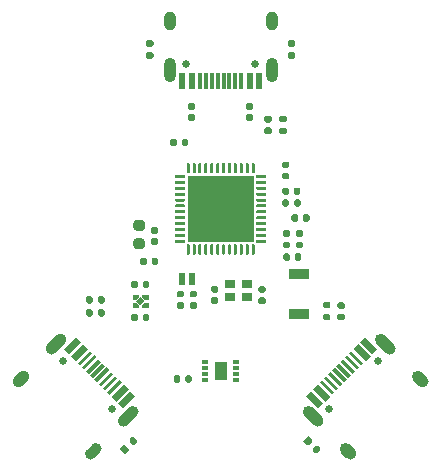
<source format=gts>
G04 #@! TF.GenerationSoftware,KiCad,Pcbnew,(5.1.10-1-10_14)*
G04 #@! TF.CreationDate,2021-08-15T09:52:45-07:00*
G04 #@! TF.ProjectId,Synapse,53796e61-7073-4652-9e6b-696361645f70,1*
G04 #@! TF.SameCoordinates,Original*
G04 #@! TF.FileFunction,Soldermask,Top*
G04 #@! TF.FilePolarity,Negative*
%FSLAX46Y46*%
G04 Gerber Fmt 4.6, Leading zero omitted, Abs format (unit mm)*
G04 Created by KiCad (PCBNEW (5.1.10-1-10_14)) date 2021-08-15 09:52:45*
%MOMM*%
%LPD*%
G01*
G04 APERTURE LIST*
%ADD10C,0.010000*%
%ADD11C,0.152400*%
%ADD12R,1.700000X0.900000*%
%ADD13R,1.060000X1.560000*%
%ADD14R,0.630000X0.320000*%
%ADD15R,5.600000X5.600000*%
%ADD16R,0.575000X1.140000*%
%ADD17R,0.900000X0.800000*%
%ADD18C,0.650000*%
%ADD19O,1.000000X1.600000*%
%ADD20O,1.000000X2.100000*%
%ADD21R,0.300000X1.450000*%
%ADD22R,0.600000X1.450000*%
G04 APERTURE END LIST*
D10*
G36*
X-6150000Y-6305000D02*
G01*
X-6640000Y-6305000D01*
X-6640000Y-6120000D01*
X-6465000Y-5945000D01*
X-6150000Y-5945000D01*
X-6150000Y-6305000D01*
G37*
X-6150000Y-6305000D02*
X-6640000Y-6305000D01*
X-6640000Y-6120000D01*
X-6465000Y-5945000D01*
X-6150000Y-5945000D01*
X-6150000Y-6305000D01*
G36*
X-6150000Y-5295000D02*
G01*
X-6640000Y-5295000D01*
X-6640000Y-5480000D01*
X-6465000Y-5655000D01*
X-6150000Y-5655000D01*
X-6150000Y-5295000D01*
G37*
X-6150000Y-5295000D02*
X-6640000Y-5295000D01*
X-6640000Y-5480000D01*
X-6465000Y-5655000D01*
X-6150000Y-5655000D01*
X-6150000Y-5295000D01*
G36*
X-7450000Y-5295000D02*
G01*
X-6960000Y-5295000D01*
X-6960000Y-5480000D01*
X-7135000Y-5655000D01*
X-7450000Y-5655000D01*
X-7450000Y-5295000D01*
G37*
X-7450000Y-5295000D02*
X-6960000Y-5295000D01*
X-6960000Y-5480000D01*
X-7135000Y-5655000D01*
X-7450000Y-5655000D01*
X-7450000Y-5295000D01*
G36*
X-7450000Y-6305000D02*
G01*
X-6960000Y-6305000D01*
X-6960000Y-6120000D01*
X-7135000Y-5945000D01*
X-7450000Y-5945000D01*
X-7450000Y-6305000D01*
G37*
X-7450000Y-6305000D02*
X-6960000Y-6305000D01*
X-6960000Y-6120000D01*
X-7135000Y-5945000D01*
X-7450000Y-5945000D01*
X-7450000Y-6305000D01*
G36*
X-6150000Y-6305000D02*
G01*
X-6640000Y-6305000D01*
X-6640000Y-6120000D01*
X-6465000Y-5945000D01*
X-6150000Y-5945000D01*
X-6150000Y-6305000D01*
G37*
X-6150000Y-6305000D02*
X-6640000Y-6305000D01*
X-6640000Y-6120000D01*
X-6465000Y-5945000D01*
X-6150000Y-5945000D01*
X-6150000Y-6305000D01*
G36*
X-6150000Y-5295000D02*
G01*
X-6640000Y-5295000D01*
X-6640000Y-5480000D01*
X-6465000Y-5655000D01*
X-6150000Y-5655000D01*
X-6150000Y-5295000D01*
G37*
X-6150000Y-5295000D02*
X-6640000Y-5295000D01*
X-6640000Y-5480000D01*
X-6465000Y-5655000D01*
X-6150000Y-5655000D01*
X-6150000Y-5295000D01*
G36*
X-7450000Y-5295000D02*
G01*
X-6960000Y-5295000D01*
X-6960000Y-5480000D01*
X-7135000Y-5655000D01*
X-7450000Y-5655000D01*
X-7450000Y-5295000D01*
G37*
X-7450000Y-5295000D02*
X-6960000Y-5295000D01*
X-6960000Y-5480000D01*
X-7135000Y-5655000D01*
X-7450000Y-5655000D01*
X-7450000Y-5295000D01*
G36*
X-7450000Y-6305000D02*
G01*
X-6960000Y-6305000D01*
X-6960000Y-6120000D01*
X-7135000Y-5945000D01*
X-7450000Y-5945000D01*
X-7450000Y-6305000D01*
G37*
X-7450000Y-6305000D02*
X-6960000Y-6305000D01*
X-6960000Y-6120000D01*
X-7135000Y-5945000D01*
X-7450000Y-5945000D01*
X-7450000Y-6305000D01*
D11*
G36*
X-6800000Y-5432304D02*
G01*
X-6432304Y-5800000D01*
X-6800000Y-6167696D01*
X-7167696Y-5800000D01*
X-6800000Y-5432304D01*
G37*
G36*
G01*
X6200000Y3330000D02*
X6200000Y3670000D01*
G75*
G02*
X6340000Y3810000I140000J0D01*
G01*
X6620000Y3810000D01*
G75*
G02*
X6760000Y3670000I0J-140000D01*
G01*
X6760000Y3330000D01*
G75*
G02*
X6620000Y3190000I-140000J0D01*
G01*
X6340000Y3190000D01*
G75*
G02*
X6200000Y3330000I0J140000D01*
G01*
G37*
G36*
G01*
X5240000Y3330000D02*
X5240000Y3670000D01*
G75*
G02*
X5380000Y3810000I140000J0D01*
G01*
X5660000Y3810000D01*
G75*
G02*
X5800000Y3670000I0J-140000D01*
G01*
X5800000Y3330000D01*
G75*
G02*
X5660000Y3190000I-140000J0D01*
G01*
X5380000Y3190000D01*
G75*
G02*
X5240000Y3330000I0J140000D01*
G01*
G37*
G36*
G01*
X-2277500Y10390000D02*
X-2622500Y10390000D01*
G75*
G02*
X-2770000Y10537500I0J147500D01*
G01*
X-2770000Y10832500D01*
G75*
G02*
X-2622500Y10980000I147500J0D01*
G01*
X-2277500Y10980000D01*
G75*
G02*
X-2130000Y10832500I0J-147500D01*
G01*
X-2130000Y10537500D01*
G75*
G02*
X-2277500Y10390000I-147500J0D01*
G01*
G37*
G36*
G01*
X-2277500Y9420000D02*
X-2622500Y9420000D01*
G75*
G02*
X-2770000Y9567500I0J147500D01*
G01*
X-2770000Y9862500D01*
G75*
G02*
X-2622500Y10010000I147500J0D01*
G01*
X-2277500Y10010000D01*
G75*
G02*
X-2130000Y9862500I0J-147500D01*
G01*
X-2130000Y9567500D01*
G75*
G02*
X-2277500Y9420000I-147500J0D01*
G01*
G37*
G36*
G01*
X2622500Y10390000D02*
X2277500Y10390000D01*
G75*
G02*
X2130000Y10537500I0J147500D01*
G01*
X2130000Y10832500D01*
G75*
G02*
X2277500Y10980000I147500J0D01*
G01*
X2622500Y10980000D01*
G75*
G02*
X2770000Y10832500I0J-147500D01*
G01*
X2770000Y10537500D01*
G75*
G02*
X2622500Y10390000I-147500J0D01*
G01*
G37*
G36*
G01*
X2622500Y9420000D02*
X2277500Y9420000D01*
G75*
G02*
X2130000Y9567500I0J147500D01*
G01*
X2130000Y9862500D01*
G75*
G02*
X2277500Y10010000I147500J0D01*
G01*
X2622500Y10010000D01*
G75*
G02*
X2770000Y9862500I0J-147500D01*
G01*
X2770000Y9567500D01*
G75*
G02*
X2622500Y9420000I-147500J0D01*
G01*
G37*
G36*
G01*
X5985000Y1047500D02*
X5985000Y1392500D01*
G75*
G02*
X6132500Y1540000I147500J0D01*
G01*
X6427500Y1540000D01*
G75*
G02*
X6575000Y1392500I0J-147500D01*
G01*
X6575000Y1047500D01*
G75*
G02*
X6427500Y900000I-147500J0D01*
G01*
X6132500Y900000D01*
G75*
G02*
X5985000Y1047500I0J147500D01*
G01*
G37*
G36*
G01*
X6955000Y1047500D02*
X6955000Y1392500D01*
G75*
G02*
X7102500Y1540000I147500J0D01*
G01*
X7397500Y1540000D01*
G75*
G02*
X7545000Y1392500I0J-147500D01*
G01*
X7545000Y1047500D01*
G75*
G02*
X7397500Y900000I-147500J0D01*
G01*
X7102500Y900000D01*
G75*
G02*
X6955000Y1047500I0J147500D01*
G01*
G37*
G36*
G01*
X4172500Y9290000D02*
X3827500Y9290000D01*
G75*
G02*
X3680000Y9437500I0J147500D01*
G01*
X3680000Y9732500D01*
G75*
G02*
X3827500Y9880000I147500J0D01*
G01*
X4172500Y9880000D01*
G75*
G02*
X4320000Y9732500I0J-147500D01*
G01*
X4320000Y9437500D01*
G75*
G02*
X4172500Y9290000I-147500J0D01*
G01*
G37*
G36*
G01*
X4172500Y8320000D02*
X3827500Y8320000D01*
G75*
G02*
X3680000Y8467500I0J147500D01*
G01*
X3680000Y8762500D01*
G75*
G02*
X3827500Y8910000I147500J0D01*
G01*
X4172500Y8910000D01*
G75*
G02*
X4320000Y8762500I0J-147500D01*
G01*
X4320000Y8467500D01*
G75*
G02*
X4172500Y8320000I-147500J0D01*
G01*
G37*
D12*
X6600000Y-3500000D03*
X6600000Y-6900000D03*
D13*
X0Y-11700000D03*
D14*
X-1335000Y-12450000D03*
X-1335000Y-11950000D03*
X-1335000Y-11450000D03*
X-1335000Y-10950000D03*
X1335000Y-10950000D03*
X1335000Y-11450000D03*
X1335000Y-11950000D03*
X1335000Y-12450000D03*
G36*
G01*
X-3960000Y-12570000D02*
X-3960000Y-12230000D01*
G75*
G02*
X-3820000Y-12090000I140000J0D01*
G01*
X-3540000Y-12090000D01*
G75*
G02*
X-3400000Y-12230000I0J-140000D01*
G01*
X-3400000Y-12570000D01*
G75*
G02*
X-3540000Y-12710000I-140000J0D01*
G01*
X-3820000Y-12710000D01*
G75*
G02*
X-3960000Y-12570000I0J140000D01*
G01*
G37*
G36*
G01*
X-3000000Y-12570000D02*
X-3000000Y-12230000D01*
G75*
G02*
X-2860000Y-12090000I140000J0D01*
G01*
X-2580000Y-12090000D01*
G75*
G02*
X-2440000Y-12230000I0J-140000D01*
G01*
X-2440000Y-12570000D01*
G75*
G02*
X-2580000Y-12710000I-140000J0D01*
G01*
X-2860000Y-12710000D01*
G75*
G02*
X-3000000Y-12570000I0J140000D01*
G01*
G37*
G36*
G01*
X-7000000Y-7030000D02*
X-7000000Y-7370000D01*
G75*
G02*
X-7140000Y-7510000I-140000J0D01*
G01*
X-7420000Y-7510000D01*
G75*
G02*
X-7560000Y-7370000I0J140000D01*
G01*
X-7560000Y-7030000D01*
G75*
G02*
X-7420000Y-6890000I140000J0D01*
G01*
X-7140000Y-6890000D01*
G75*
G02*
X-7000000Y-7030000I0J-140000D01*
G01*
G37*
G36*
G01*
X-6040000Y-7030000D02*
X-6040000Y-7370000D01*
G75*
G02*
X-6180000Y-7510000I-140000J0D01*
G01*
X-6460000Y-7510000D01*
G75*
G02*
X-6600000Y-7370000I0J140000D01*
G01*
X-6600000Y-7030000D01*
G75*
G02*
X-6460000Y-6890000I140000J0D01*
G01*
X-6180000Y-6890000D01*
G75*
G02*
X-6040000Y-7030000I0J-140000D01*
G01*
G37*
G36*
G01*
X-6600000Y-4570000D02*
X-6600000Y-4230000D01*
G75*
G02*
X-6460000Y-4090000I140000J0D01*
G01*
X-6180000Y-4090000D01*
G75*
G02*
X-6040000Y-4230000I0J-140000D01*
G01*
X-6040000Y-4570000D01*
G75*
G02*
X-6180000Y-4710000I-140000J0D01*
G01*
X-6460000Y-4710000D01*
G75*
G02*
X-6600000Y-4570000I0J140000D01*
G01*
G37*
G36*
G01*
X-7560000Y-4570000D02*
X-7560000Y-4230000D01*
G75*
G02*
X-7420000Y-4090000I140000J0D01*
G01*
X-7140000Y-4090000D01*
G75*
G02*
X-7000000Y-4230000I0J-140000D01*
G01*
X-7000000Y-4570000D01*
G75*
G02*
X-7140000Y-4710000I-140000J0D01*
G01*
X-7420000Y-4710000D01*
G75*
G02*
X-7560000Y-4570000I0J140000D01*
G01*
G37*
G36*
G01*
X-2687500Y-1875000D02*
X-2812500Y-1875000D01*
G75*
G02*
X-2875000Y-1812500I0J62500D01*
G01*
X-2875000Y-1062500D01*
G75*
G02*
X-2812500Y-1000000I62500J0D01*
G01*
X-2687500Y-1000000D01*
G75*
G02*
X-2625000Y-1062500I0J-62500D01*
G01*
X-2625000Y-1812500D01*
G75*
G02*
X-2687500Y-1875000I-62500J0D01*
G01*
G37*
G36*
G01*
X-2187500Y-1875000D02*
X-2312500Y-1875000D01*
G75*
G02*
X-2375000Y-1812500I0J62500D01*
G01*
X-2375000Y-1062500D01*
G75*
G02*
X-2312500Y-1000000I62500J0D01*
G01*
X-2187500Y-1000000D01*
G75*
G02*
X-2125000Y-1062500I0J-62500D01*
G01*
X-2125000Y-1812500D01*
G75*
G02*
X-2187500Y-1875000I-62500J0D01*
G01*
G37*
G36*
G01*
X-1687500Y-1875000D02*
X-1812500Y-1875000D01*
G75*
G02*
X-1875000Y-1812500I0J62500D01*
G01*
X-1875000Y-1062500D01*
G75*
G02*
X-1812500Y-1000000I62500J0D01*
G01*
X-1687500Y-1000000D01*
G75*
G02*
X-1625000Y-1062500I0J-62500D01*
G01*
X-1625000Y-1812500D01*
G75*
G02*
X-1687500Y-1875000I-62500J0D01*
G01*
G37*
G36*
G01*
X-1187500Y-1875000D02*
X-1312500Y-1875000D01*
G75*
G02*
X-1375000Y-1812500I0J62500D01*
G01*
X-1375000Y-1062500D01*
G75*
G02*
X-1312500Y-1000000I62500J0D01*
G01*
X-1187500Y-1000000D01*
G75*
G02*
X-1125000Y-1062500I0J-62500D01*
G01*
X-1125000Y-1812500D01*
G75*
G02*
X-1187500Y-1875000I-62500J0D01*
G01*
G37*
G36*
G01*
X-687500Y-1875000D02*
X-812500Y-1875000D01*
G75*
G02*
X-875000Y-1812500I0J62500D01*
G01*
X-875000Y-1062500D01*
G75*
G02*
X-812500Y-1000000I62500J0D01*
G01*
X-687500Y-1000000D01*
G75*
G02*
X-625000Y-1062500I0J-62500D01*
G01*
X-625000Y-1812500D01*
G75*
G02*
X-687500Y-1875000I-62500J0D01*
G01*
G37*
G36*
G01*
X-187500Y-1875000D02*
X-312500Y-1875000D01*
G75*
G02*
X-375000Y-1812500I0J62500D01*
G01*
X-375000Y-1062500D01*
G75*
G02*
X-312500Y-1000000I62500J0D01*
G01*
X-187500Y-1000000D01*
G75*
G02*
X-125000Y-1062500I0J-62500D01*
G01*
X-125000Y-1812500D01*
G75*
G02*
X-187500Y-1875000I-62500J0D01*
G01*
G37*
G36*
G01*
X312500Y-1875000D02*
X187500Y-1875000D01*
G75*
G02*
X125000Y-1812500I0J62500D01*
G01*
X125000Y-1062500D01*
G75*
G02*
X187500Y-1000000I62500J0D01*
G01*
X312500Y-1000000D01*
G75*
G02*
X375000Y-1062500I0J-62500D01*
G01*
X375000Y-1812500D01*
G75*
G02*
X312500Y-1875000I-62500J0D01*
G01*
G37*
G36*
G01*
X812500Y-1875000D02*
X687500Y-1875000D01*
G75*
G02*
X625000Y-1812500I0J62500D01*
G01*
X625000Y-1062500D01*
G75*
G02*
X687500Y-1000000I62500J0D01*
G01*
X812500Y-1000000D01*
G75*
G02*
X875000Y-1062500I0J-62500D01*
G01*
X875000Y-1812500D01*
G75*
G02*
X812500Y-1875000I-62500J0D01*
G01*
G37*
G36*
G01*
X1312500Y-1875000D02*
X1187500Y-1875000D01*
G75*
G02*
X1125000Y-1812500I0J62500D01*
G01*
X1125000Y-1062500D01*
G75*
G02*
X1187500Y-1000000I62500J0D01*
G01*
X1312500Y-1000000D01*
G75*
G02*
X1375000Y-1062500I0J-62500D01*
G01*
X1375000Y-1812500D01*
G75*
G02*
X1312500Y-1875000I-62500J0D01*
G01*
G37*
G36*
G01*
X1812500Y-1875000D02*
X1687500Y-1875000D01*
G75*
G02*
X1625000Y-1812500I0J62500D01*
G01*
X1625000Y-1062500D01*
G75*
G02*
X1687500Y-1000000I62500J0D01*
G01*
X1812500Y-1000000D01*
G75*
G02*
X1875000Y-1062500I0J-62500D01*
G01*
X1875000Y-1812500D01*
G75*
G02*
X1812500Y-1875000I-62500J0D01*
G01*
G37*
G36*
G01*
X2312500Y-1875000D02*
X2187500Y-1875000D01*
G75*
G02*
X2125000Y-1812500I0J62500D01*
G01*
X2125000Y-1062500D01*
G75*
G02*
X2187500Y-1000000I62500J0D01*
G01*
X2312500Y-1000000D01*
G75*
G02*
X2375000Y-1062500I0J-62500D01*
G01*
X2375000Y-1812500D01*
G75*
G02*
X2312500Y-1875000I-62500J0D01*
G01*
G37*
G36*
G01*
X2812500Y-1875000D02*
X2687500Y-1875000D01*
G75*
G02*
X2625000Y-1812500I0J62500D01*
G01*
X2625000Y-1062500D01*
G75*
G02*
X2687500Y-1000000I62500J0D01*
G01*
X2812500Y-1000000D01*
G75*
G02*
X2875000Y-1062500I0J-62500D01*
G01*
X2875000Y-1812500D01*
G75*
G02*
X2812500Y-1875000I-62500J0D01*
G01*
G37*
G36*
G01*
X3812500Y-875000D02*
X3062500Y-875000D01*
G75*
G02*
X3000000Y-812500I0J62500D01*
G01*
X3000000Y-687500D01*
G75*
G02*
X3062500Y-625000I62500J0D01*
G01*
X3812500Y-625000D01*
G75*
G02*
X3875000Y-687500I0J-62500D01*
G01*
X3875000Y-812500D01*
G75*
G02*
X3812500Y-875000I-62500J0D01*
G01*
G37*
G36*
G01*
X3812500Y-375000D02*
X3062500Y-375000D01*
G75*
G02*
X3000000Y-312500I0J62500D01*
G01*
X3000000Y-187500D01*
G75*
G02*
X3062500Y-125000I62500J0D01*
G01*
X3812500Y-125000D01*
G75*
G02*
X3875000Y-187500I0J-62500D01*
G01*
X3875000Y-312500D01*
G75*
G02*
X3812500Y-375000I-62500J0D01*
G01*
G37*
G36*
G01*
X3812500Y125000D02*
X3062500Y125000D01*
G75*
G02*
X3000000Y187500I0J62500D01*
G01*
X3000000Y312500D01*
G75*
G02*
X3062500Y375000I62500J0D01*
G01*
X3812500Y375000D01*
G75*
G02*
X3875000Y312500I0J-62500D01*
G01*
X3875000Y187500D01*
G75*
G02*
X3812500Y125000I-62500J0D01*
G01*
G37*
G36*
G01*
X3812500Y625000D02*
X3062500Y625000D01*
G75*
G02*
X3000000Y687500I0J62500D01*
G01*
X3000000Y812500D01*
G75*
G02*
X3062500Y875000I62500J0D01*
G01*
X3812500Y875000D01*
G75*
G02*
X3875000Y812500I0J-62500D01*
G01*
X3875000Y687500D01*
G75*
G02*
X3812500Y625000I-62500J0D01*
G01*
G37*
G36*
G01*
X3812500Y1125000D02*
X3062500Y1125000D01*
G75*
G02*
X3000000Y1187500I0J62500D01*
G01*
X3000000Y1312500D01*
G75*
G02*
X3062500Y1375000I62500J0D01*
G01*
X3812500Y1375000D01*
G75*
G02*
X3875000Y1312500I0J-62500D01*
G01*
X3875000Y1187500D01*
G75*
G02*
X3812500Y1125000I-62500J0D01*
G01*
G37*
G36*
G01*
X3812500Y1625000D02*
X3062500Y1625000D01*
G75*
G02*
X3000000Y1687500I0J62500D01*
G01*
X3000000Y1812500D01*
G75*
G02*
X3062500Y1875000I62500J0D01*
G01*
X3812500Y1875000D01*
G75*
G02*
X3875000Y1812500I0J-62500D01*
G01*
X3875000Y1687500D01*
G75*
G02*
X3812500Y1625000I-62500J0D01*
G01*
G37*
G36*
G01*
X3812500Y2125000D02*
X3062500Y2125000D01*
G75*
G02*
X3000000Y2187500I0J62500D01*
G01*
X3000000Y2312500D01*
G75*
G02*
X3062500Y2375000I62500J0D01*
G01*
X3812500Y2375000D01*
G75*
G02*
X3875000Y2312500I0J-62500D01*
G01*
X3875000Y2187500D01*
G75*
G02*
X3812500Y2125000I-62500J0D01*
G01*
G37*
G36*
G01*
X3812500Y2625000D02*
X3062500Y2625000D01*
G75*
G02*
X3000000Y2687500I0J62500D01*
G01*
X3000000Y2812500D01*
G75*
G02*
X3062500Y2875000I62500J0D01*
G01*
X3812500Y2875000D01*
G75*
G02*
X3875000Y2812500I0J-62500D01*
G01*
X3875000Y2687500D01*
G75*
G02*
X3812500Y2625000I-62500J0D01*
G01*
G37*
G36*
G01*
X3812500Y3125000D02*
X3062500Y3125000D01*
G75*
G02*
X3000000Y3187500I0J62500D01*
G01*
X3000000Y3312500D01*
G75*
G02*
X3062500Y3375000I62500J0D01*
G01*
X3812500Y3375000D01*
G75*
G02*
X3875000Y3312500I0J-62500D01*
G01*
X3875000Y3187500D01*
G75*
G02*
X3812500Y3125000I-62500J0D01*
G01*
G37*
G36*
G01*
X3812500Y3625000D02*
X3062500Y3625000D01*
G75*
G02*
X3000000Y3687500I0J62500D01*
G01*
X3000000Y3812500D01*
G75*
G02*
X3062500Y3875000I62500J0D01*
G01*
X3812500Y3875000D01*
G75*
G02*
X3875000Y3812500I0J-62500D01*
G01*
X3875000Y3687500D01*
G75*
G02*
X3812500Y3625000I-62500J0D01*
G01*
G37*
G36*
G01*
X3812500Y4125000D02*
X3062500Y4125000D01*
G75*
G02*
X3000000Y4187500I0J62500D01*
G01*
X3000000Y4312500D01*
G75*
G02*
X3062500Y4375000I62500J0D01*
G01*
X3812500Y4375000D01*
G75*
G02*
X3875000Y4312500I0J-62500D01*
G01*
X3875000Y4187500D01*
G75*
G02*
X3812500Y4125000I-62500J0D01*
G01*
G37*
G36*
G01*
X3812500Y4625000D02*
X3062500Y4625000D01*
G75*
G02*
X3000000Y4687500I0J62500D01*
G01*
X3000000Y4812500D01*
G75*
G02*
X3062500Y4875000I62500J0D01*
G01*
X3812500Y4875000D01*
G75*
G02*
X3875000Y4812500I0J-62500D01*
G01*
X3875000Y4687500D01*
G75*
G02*
X3812500Y4625000I-62500J0D01*
G01*
G37*
G36*
G01*
X2812500Y5000000D02*
X2687500Y5000000D01*
G75*
G02*
X2625000Y5062500I0J62500D01*
G01*
X2625000Y5812500D01*
G75*
G02*
X2687500Y5875000I62500J0D01*
G01*
X2812500Y5875000D01*
G75*
G02*
X2875000Y5812500I0J-62500D01*
G01*
X2875000Y5062500D01*
G75*
G02*
X2812500Y5000000I-62500J0D01*
G01*
G37*
G36*
G01*
X2312500Y5000000D02*
X2187500Y5000000D01*
G75*
G02*
X2125000Y5062500I0J62500D01*
G01*
X2125000Y5812500D01*
G75*
G02*
X2187500Y5875000I62500J0D01*
G01*
X2312500Y5875000D01*
G75*
G02*
X2375000Y5812500I0J-62500D01*
G01*
X2375000Y5062500D01*
G75*
G02*
X2312500Y5000000I-62500J0D01*
G01*
G37*
G36*
G01*
X1812500Y5000000D02*
X1687500Y5000000D01*
G75*
G02*
X1625000Y5062500I0J62500D01*
G01*
X1625000Y5812500D01*
G75*
G02*
X1687500Y5875000I62500J0D01*
G01*
X1812500Y5875000D01*
G75*
G02*
X1875000Y5812500I0J-62500D01*
G01*
X1875000Y5062500D01*
G75*
G02*
X1812500Y5000000I-62500J0D01*
G01*
G37*
G36*
G01*
X1312500Y5000000D02*
X1187500Y5000000D01*
G75*
G02*
X1125000Y5062500I0J62500D01*
G01*
X1125000Y5812500D01*
G75*
G02*
X1187500Y5875000I62500J0D01*
G01*
X1312500Y5875000D01*
G75*
G02*
X1375000Y5812500I0J-62500D01*
G01*
X1375000Y5062500D01*
G75*
G02*
X1312500Y5000000I-62500J0D01*
G01*
G37*
G36*
G01*
X812500Y5000000D02*
X687500Y5000000D01*
G75*
G02*
X625000Y5062500I0J62500D01*
G01*
X625000Y5812500D01*
G75*
G02*
X687500Y5875000I62500J0D01*
G01*
X812500Y5875000D01*
G75*
G02*
X875000Y5812500I0J-62500D01*
G01*
X875000Y5062500D01*
G75*
G02*
X812500Y5000000I-62500J0D01*
G01*
G37*
G36*
G01*
X312500Y5000000D02*
X187500Y5000000D01*
G75*
G02*
X125000Y5062500I0J62500D01*
G01*
X125000Y5812500D01*
G75*
G02*
X187500Y5875000I62500J0D01*
G01*
X312500Y5875000D01*
G75*
G02*
X375000Y5812500I0J-62500D01*
G01*
X375000Y5062500D01*
G75*
G02*
X312500Y5000000I-62500J0D01*
G01*
G37*
G36*
G01*
X-187500Y5000000D02*
X-312500Y5000000D01*
G75*
G02*
X-375000Y5062500I0J62500D01*
G01*
X-375000Y5812500D01*
G75*
G02*
X-312500Y5875000I62500J0D01*
G01*
X-187500Y5875000D01*
G75*
G02*
X-125000Y5812500I0J-62500D01*
G01*
X-125000Y5062500D01*
G75*
G02*
X-187500Y5000000I-62500J0D01*
G01*
G37*
G36*
G01*
X-687500Y5000000D02*
X-812500Y5000000D01*
G75*
G02*
X-875000Y5062500I0J62500D01*
G01*
X-875000Y5812500D01*
G75*
G02*
X-812500Y5875000I62500J0D01*
G01*
X-687500Y5875000D01*
G75*
G02*
X-625000Y5812500I0J-62500D01*
G01*
X-625000Y5062500D01*
G75*
G02*
X-687500Y5000000I-62500J0D01*
G01*
G37*
G36*
G01*
X-1187500Y5000000D02*
X-1312500Y5000000D01*
G75*
G02*
X-1375000Y5062500I0J62500D01*
G01*
X-1375000Y5812500D01*
G75*
G02*
X-1312500Y5875000I62500J0D01*
G01*
X-1187500Y5875000D01*
G75*
G02*
X-1125000Y5812500I0J-62500D01*
G01*
X-1125000Y5062500D01*
G75*
G02*
X-1187500Y5000000I-62500J0D01*
G01*
G37*
G36*
G01*
X-1687500Y5000000D02*
X-1812500Y5000000D01*
G75*
G02*
X-1875000Y5062500I0J62500D01*
G01*
X-1875000Y5812500D01*
G75*
G02*
X-1812500Y5875000I62500J0D01*
G01*
X-1687500Y5875000D01*
G75*
G02*
X-1625000Y5812500I0J-62500D01*
G01*
X-1625000Y5062500D01*
G75*
G02*
X-1687500Y5000000I-62500J0D01*
G01*
G37*
G36*
G01*
X-2187500Y5000000D02*
X-2312500Y5000000D01*
G75*
G02*
X-2375000Y5062500I0J62500D01*
G01*
X-2375000Y5812500D01*
G75*
G02*
X-2312500Y5875000I62500J0D01*
G01*
X-2187500Y5875000D01*
G75*
G02*
X-2125000Y5812500I0J-62500D01*
G01*
X-2125000Y5062500D01*
G75*
G02*
X-2187500Y5000000I-62500J0D01*
G01*
G37*
G36*
G01*
X-2687500Y5000000D02*
X-2812500Y5000000D01*
G75*
G02*
X-2875000Y5062500I0J62500D01*
G01*
X-2875000Y5812500D01*
G75*
G02*
X-2812500Y5875000I62500J0D01*
G01*
X-2687500Y5875000D01*
G75*
G02*
X-2625000Y5812500I0J-62500D01*
G01*
X-2625000Y5062500D01*
G75*
G02*
X-2687500Y5000000I-62500J0D01*
G01*
G37*
G36*
G01*
X-3062500Y4625000D02*
X-3812500Y4625000D01*
G75*
G02*
X-3875000Y4687500I0J62500D01*
G01*
X-3875000Y4812500D01*
G75*
G02*
X-3812500Y4875000I62500J0D01*
G01*
X-3062500Y4875000D01*
G75*
G02*
X-3000000Y4812500I0J-62500D01*
G01*
X-3000000Y4687500D01*
G75*
G02*
X-3062500Y4625000I-62500J0D01*
G01*
G37*
G36*
G01*
X-3062500Y4125000D02*
X-3812500Y4125000D01*
G75*
G02*
X-3875000Y4187500I0J62500D01*
G01*
X-3875000Y4312500D01*
G75*
G02*
X-3812500Y4375000I62500J0D01*
G01*
X-3062500Y4375000D01*
G75*
G02*
X-3000000Y4312500I0J-62500D01*
G01*
X-3000000Y4187500D01*
G75*
G02*
X-3062500Y4125000I-62500J0D01*
G01*
G37*
G36*
G01*
X-3062500Y3625000D02*
X-3812500Y3625000D01*
G75*
G02*
X-3875000Y3687500I0J62500D01*
G01*
X-3875000Y3812500D01*
G75*
G02*
X-3812500Y3875000I62500J0D01*
G01*
X-3062500Y3875000D01*
G75*
G02*
X-3000000Y3812500I0J-62500D01*
G01*
X-3000000Y3687500D01*
G75*
G02*
X-3062500Y3625000I-62500J0D01*
G01*
G37*
G36*
G01*
X-3062500Y3125000D02*
X-3812500Y3125000D01*
G75*
G02*
X-3875000Y3187500I0J62500D01*
G01*
X-3875000Y3312500D01*
G75*
G02*
X-3812500Y3375000I62500J0D01*
G01*
X-3062500Y3375000D01*
G75*
G02*
X-3000000Y3312500I0J-62500D01*
G01*
X-3000000Y3187500D01*
G75*
G02*
X-3062500Y3125000I-62500J0D01*
G01*
G37*
G36*
G01*
X-3062500Y2625000D02*
X-3812500Y2625000D01*
G75*
G02*
X-3875000Y2687500I0J62500D01*
G01*
X-3875000Y2812500D01*
G75*
G02*
X-3812500Y2875000I62500J0D01*
G01*
X-3062500Y2875000D01*
G75*
G02*
X-3000000Y2812500I0J-62500D01*
G01*
X-3000000Y2687500D01*
G75*
G02*
X-3062500Y2625000I-62500J0D01*
G01*
G37*
G36*
G01*
X-3062500Y2125000D02*
X-3812500Y2125000D01*
G75*
G02*
X-3875000Y2187500I0J62500D01*
G01*
X-3875000Y2312500D01*
G75*
G02*
X-3812500Y2375000I62500J0D01*
G01*
X-3062500Y2375000D01*
G75*
G02*
X-3000000Y2312500I0J-62500D01*
G01*
X-3000000Y2187500D01*
G75*
G02*
X-3062500Y2125000I-62500J0D01*
G01*
G37*
G36*
G01*
X-3062500Y1625000D02*
X-3812500Y1625000D01*
G75*
G02*
X-3875000Y1687500I0J62500D01*
G01*
X-3875000Y1812500D01*
G75*
G02*
X-3812500Y1875000I62500J0D01*
G01*
X-3062500Y1875000D01*
G75*
G02*
X-3000000Y1812500I0J-62500D01*
G01*
X-3000000Y1687500D01*
G75*
G02*
X-3062500Y1625000I-62500J0D01*
G01*
G37*
G36*
G01*
X-3062500Y1125000D02*
X-3812500Y1125000D01*
G75*
G02*
X-3875000Y1187500I0J62500D01*
G01*
X-3875000Y1312500D01*
G75*
G02*
X-3812500Y1375000I62500J0D01*
G01*
X-3062500Y1375000D01*
G75*
G02*
X-3000000Y1312500I0J-62500D01*
G01*
X-3000000Y1187500D01*
G75*
G02*
X-3062500Y1125000I-62500J0D01*
G01*
G37*
G36*
G01*
X-3062500Y625000D02*
X-3812500Y625000D01*
G75*
G02*
X-3875000Y687500I0J62500D01*
G01*
X-3875000Y812500D01*
G75*
G02*
X-3812500Y875000I62500J0D01*
G01*
X-3062500Y875000D01*
G75*
G02*
X-3000000Y812500I0J-62500D01*
G01*
X-3000000Y687500D01*
G75*
G02*
X-3062500Y625000I-62500J0D01*
G01*
G37*
G36*
G01*
X-3062500Y125000D02*
X-3812500Y125000D01*
G75*
G02*
X-3875000Y187500I0J62500D01*
G01*
X-3875000Y312500D01*
G75*
G02*
X-3812500Y375000I62500J0D01*
G01*
X-3062500Y375000D01*
G75*
G02*
X-3000000Y312500I0J-62500D01*
G01*
X-3000000Y187500D01*
G75*
G02*
X-3062500Y125000I-62500J0D01*
G01*
G37*
G36*
G01*
X-3062500Y-375000D02*
X-3812500Y-375000D01*
G75*
G02*
X-3875000Y-312500I0J62500D01*
G01*
X-3875000Y-187500D01*
G75*
G02*
X-3812500Y-125000I62500J0D01*
G01*
X-3062500Y-125000D01*
G75*
G02*
X-3000000Y-187500I0J-62500D01*
G01*
X-3000000Y-312500D01*
G75*
G02*
X-3062500Y-375000I-62500J0D01*
G01*
G37*
G36*
G01*
X-3062500Y-875000D02*
X-3812500Y-875000D01*
G75*
G02*
X-3875000Y-812500I0J62500D01*
G01*
X-3875000Y-687500D01*
G75*
G02*
X-3812500Y-625000I62500J0D01*
G01*
X-3062500Y-625000D01*
G75*
G02*
X-3000000Y-687500I0J-62500D01*
G01*
X-3000000Y-812500D01*
G75*
G02*
X-3062500Y-875000I-62500J0D01*
G01*
G37*
D15*
X0Y2000000D03*
D16*
X-3262500Y-3900000D03*
X-2437500Y-3900000D03*
D17*
X800000Y-5450000D03*
X2200000Y-5450000D03*
X2200000Y-4350000D03*
X800000Y-4350000D03*
D11*
G36*
X12838370Y-10286440D02*
G01*
X11813066Y-9261136D01*
X12237330Y-8836872D01*
X13262634Y-9862176D01*
X12838370Y-10286440D01*
G37*
G36*
X12272685Y-10852125D02*
G01*
X11247381Y-9826821D01*
X11671645Y-9402557D01*
X12696949Y-10427861D01*
X12272685Y-10852125D01*
G37*
G36*
X8807861Y-14316949D02*
G01*
X7782557Y-13291645D01*
X8206821Y-12867381D01*
X9232125Y-13892685D01*
X8807861Y-14316949D01*
G37*
G36*
X8242176Y-14882634D02*
G01*
X7216872Y-13857330D01*
X7641136Y-13433066D01*
X8666440Y-14458370D01*
X8242176Y-14882634D01*
G37*
G36*
X8242176Y-14882634D02*
G01*
X7216872Y-13857330D01*
X7641136Y-13433066D01*
X8666440Y-14458370D01*
X8242176Y-14882634D01*
G37*
G36*
X8807861Y-14316949D02*
G01*
X7782557Y-13291645D01*
X8206821Y-12867381D01*
X9232125Y-13892685D01*
X8807861Y-14316949D01*
G37*
G36*
X12272685Y-10852125D02*
G01*
X11247381Y-9826821D01*
X11671645Y-9402557D01*
X12696949Y-10427861D01*
X12272685Y-10852125D01*
G37*
G36*
X12838370Y-10286440D02*
G01*
X11813066Y-9261136D01*
X12237330Y-8836872D01*
X13262634Y-9862176D01*
X12838370Y-10286440D01*
G37*
G36*
X9408902Y-13715908D02*
G01*
X8383598Y-12690604D01*
X8595730Y-12478472D01*
X9621034Y-13503776D01*
X9408902Y-13715908D01*
G37*
G36*
X9762456Y-13362355D02*
G01*
X8737152Y-12337051D01*
X8949284Y-12124919D01*
X9974588Y-13150223D01*
X9762456Y-13362355D01*
G37*
G36*
X10116009Y-13008801D02*
G01*
X9090705Y-11983497D01*
X9302837Y-11771365D01*
X10328141Y-12796669D01*
X10116009Y-13008801D01*
G37*
G36*
X10823116Y-12301694D02*
G01*
X9797812Y-11276390D01*
X10009944Y-11064258D01*
X11035248Y-12089562D01*
X10823116Y-12301694D01*
G37*
G36*
X11176669Y-11948141D02*
G01*
X10151365Y-10922837D01*
X10363497Y-10710705D01*
X11388801Y-11736009D01*
X11176669Y-11948141D01*
G37*
G36*
X11530223Y-11594588D02*
G01*
X10504919Y-10569284D01*
X10717051Y-10357152D01*
X11742355Y-11382456D01*
X11530223Y-11594588D01*
G37*
G36*
X11883776Y-11241034D02*
G01*
X10858472Y-10215730D01*
X11070604Y-10003598D01*
X12095908Y-11028902D01*
X11883776Y-11241034D01*
G37*
G36*
X10469562Y-12655248D02*
G01*
X9444258Y-11629944D01*
X9656390Y-11417812D01*
X10681694Y-12443116D01*
X10469562Y-12655248D01*
G37*
G36*
G01*
X13976813Y-10194516D02*
X13198995Y-9416698D01*
G75*
G02*
X13198995Y-8709592I353553J353553D01*
G01*
X13198995Y-8709592D01*
G75*
G02*
X13906101Y-8709592I353553J-353553D01*
G01*
X14683919Y-9487410D01*
G75*
G02*
X14683919Y-10194516I-353553J-353553D01*
G01*
X14683919Y-10194516D01*
G75*
G02*
X13976813Y-10194516I-353553J353553D01*
G01*
G37*
G36*
G01*
X7867410Y-16303919D02*
X7089592Y-15526101D01*
G75*
G02*
X7089592Y-14818995I353553J353553D01*
G01*
X7089592Y-14818995D01*
G75*
G02*
X7796698Y-14818995I353553J-353553D01*
G01*
X8574516Y-15596813D01*
G75*
G02*
X8574516Y-16303919I-353553J-353553D01*
G01*
X8574516Y-16303919D01*
G75*
G02*
X7867410Y-16303919I-353553J353553D01*
G01*
G37*
D18*
X9217984Y-14925061D03*
G36*
G01*
X10646340Y-19082848D02*
X10222076Y-18658584D01*
G75*
G02*
X10222076Y-17951478I353553J353553D01*
G01*
X10222076Y-17951478D01*
G75*
G02*
X10929182Y-17951478I353553J-353553D01*
G01*
X11353446Y-18375742D01*
G75*
G02*
X11353446Y-19082848I-353553J-353553D01*
G01*
X11353446Y-19082848D01*
G75*
G02*
X10646340Y-19082848I-353553J353553D01*
G01*
G37*
X13305061Y-10837984D03*
G36*
G01*
X16755742Y-12973446D02*
X16331478Y-12549182D01*
G75*
G02*
X16331478Y-11842076I353553J353553D01*
G01*
X16331478Y-11842076D01*
G75*
G02*
X17038584Y-11842076I353553J-353553D01*
G01*
X17462848Y-12266340D01*
G75*
G02*
X17462848Y-12973446I-353553J-353553D01*
G01*
X17462848Y-12973446D01*
G75*
G02*
X16755742Y-12973446I-353553J353553D01*
G01*
G37*
G36*
G01*
X-6650000Y150000D02*
X-7150000Y150000D01*
G75*
G02*
X-7375000Y375000I0J225000D01*
G01*
X-7375000Y825000D01*
G75*
G02*
X-7150000Y1050000I225000J0D01*
G01*
X-6650000Y1050000D01*
G75*
G02*
X-6425000Y825000I0J-225000D01*
G01*
X-6425000Y375000D01*
G75*
G02*
X-6650000Y150000I-225000J0D01*
G01*
G37*
G36*
G01*
X-6650000Y-1400000D02*
X-7150000Y-1400000D01*
G75*
G02*
X-7375000Y-1175000I0J225000D01*
G01*
X-7375000Y-725000D01*
G75*
G02*
X-7150000Y-500000I225000J0D01*
G01*
X-6650000Y-500000D01*
G75*
G02*
X-6425000Y-725000I0J-225000D01*
G01*
X-6425000Y-1175000D01*
G75*
G02*
X-6650000Y-1400000I-225000J0D01*
G01*
G37*
G36*
G01*
X-11353446Y-18375742D02*
X-10929182Y-17951478D01*
G75*
G02*
X-10222076Y-17951478I353553J-353553D01*
G01*
X-10222076Y-17951478D01*
G75*
G02*
X-10222076Y-18658584I-353553J-353553D01*
G01*
X-10646340Y-19082848D01*
G75*
G02*
X-11353446Y-19082848I-353553J353553D01*
G01*
X-11353446Y-19082848D01*
G75*
G02*
X-11353446Y-18375742I353553J353553D01*
G01*
G37*
X-9217984Y-14925061D03*
G36*
G01*
X-17462848Y-12266340D02*
X-17038584Y-11842076D01*
G75*
G02*
X-16331478Y-11842076I353553J-353553D01*
G01*
X-16331478Y-11842076D01*
G75*
G02*
X-16331478Y-12549182I-353553J-353553D01*
G01*
X-16755742Y-12973446D01*
G75*
G02*
X-17462848Y-12973446I-353553J353553D01*
G01*
X-17462848Y-12973446D01*
G75*
G02*
X-17462848Y-12266340I353553J353553D01*
G01*
G37*
X-13305061Y-10837984D03*
G36*
G01*
X-14683919Y-9487410D02*
X-13906101Y-8709592D01*
G75*
G02*
X-13198995Y-8709592I353553J-353553D01*
G01*
X-13198995Y-8709592D01*
G75*
G02*
X-13198995Y-9416698I-353553J-353553D01*
G01*
X-13976813Y-10194516D01*
G75*
G02*
X-14683919Y-10194516I-353553J353553D01*
G01*
X-14683919Y-10194516D01*
G75*
G02*
X-14683919Y-9487410I353553J353553D01*
G01*
G37*
G36*
G01*
X-8574516Y-15596813D02*
X-7796698Y-14818995D01*
G75*
G02*
X-7089592Y-14818995I353553J-353553D01*
G01*
X-7089592Y-14818995D01*
G75*
G02*
X-7089592Y-15526101I-353553J-353553D01*
G01*
X-7867410Y-16303919D01*
G75*
G02*
X-8574516Y-16303919I-353553J353553D01*
G01*
X-8574516Y-16303919D01*
G75*
G02*
X-8574516Y-15596813I353553J353553D01*
G01*
G37*
D11*
G36*
X-11035248Y-12089562D02*
G01*
X-10009944Y-11064258D01*
X-9797812Y-11276390D01*
X-10823116Y-12301694D01*
X-11035248Y-12089562D01*
G37*
G36*
X-9621034Y-13503776D02*
G01*
X-8595730Y-12478472D01*
X-8383598Y-12690604D01*
X-9408902Y-13715908D01*
X-9621034Y-13503776D01*
G37*
G36*
X-9974588Y-13150223D02*
G01*
X-8949284Y-12124919D01*
X-8737152Y-12337051D01*
X-9762456Y-13362355D01*
X-9974588Y-13150223D01*
G37*
G36*
X-10328141Y-12796669D02*
G01*
X-9302837Y-11771365D01*
X-9090705Y-11983497D01*
X-10116009Y-13008801D01*
X-10328141Y-12796669D01*
G37*
G36*
X-10681694Y-12443116D02*
G01*
X-9656390Y-11417812D01*
X-9444258Y-11629944D01*
X-10469562Y-12655248D01*
X-10681694Y-12443116D01*
G37*
G36*
X-11388801Y-11736009D02*
G01*
X-10363497Y-10710705D01*
X-10151365Y-10922837D01*
X-11176669Y-11948141D01*
X-11388801Y-11736009D01*
G37*
G36*
X-11742355Y-11382456D02*
G01*
X-10717051Y-10357152D01*
X-10504919Y-10569284D01*
X-11530223Y-11594588D01*
X-11742355Y-11382456D01*
G37*
G36*
X-12095908Y-11028902D02*
G01*
X-11070604Y-10003598D01*
X-10858472Y-10215730D01*
X-11883776Y-11241034D01*
X-12095908Y-11028902D01*
G37*
G36*
X-8666440Y-14458370D02*
G01*
X-7641136Y-13433066D01*
X-7216872Y-13857330D01*
X-8242176Y-14882634D01*
X-8666440Y-14458370D01*
G37*
G36*
X-9232125Y-13892685D02*
G01*
X-8206821Y-12867381D01*
X-7782557Y-13291645D01*
X-8807861Y-14316949D01*
X-9232125Y-13892685D01*
G37*
G36*
X-12696949Y-10427861D02*
G01*
X-11671645Y-9402557D01*
X-11247381Y-9826821D01*
X-12272685Y-10852125D01*
X-12696949Y-10427861D01*
G37*
G36*
X-13262634Y-9862176D02*
G01*
X-12237330Y-8836872D01*
X-11813066Y-9261136D01*
X-12838370Y-10286440D01*
X-13262634Y-9862176D01*
G37*
G36*
X-13262634Y-9862176D02*
G01*
X-12237330Y-8836872D01*
X-11813066Y-9261136D01*
X-12838370Y-10286440D01*
X-13262634Y-9862176D01*
G37*
G36*
X-12696949Y-10427861D02*
G01*
X-11671645Y-9402557D01*
X-11247381Y-9826821D01*
X-12272685Y-10852125D01*
X-12696949Y-10427861D01*
G37*
G36*
X-9232125Y-13892685D02*
G01*
X-8206821Y-12867381D01*
X-7782557Y-13291645D01*
X-8807861Y-14316949D01*
X-9232125Y-13892685D01*
G37*
G36*
X-8666440Y-14458370D02*
G01*
X-7641136Y-13433066D01*
X-7216872Y-13857330D01*
X-8242176Y-14882634D01*
X-8666440Y-14458370D01*
G37*
D19*
X-4320000Y17920000D03*
D18*
X-2890000Y14270000D03*
D19*
X4320000Y17920000D03*
D18*
X2890000Y14270000D03*
D20*
X4320000Y13740000D03*
X-4320000Y13740000D03*
D21*
X250000Y12825000D03*
X-1750000Y12825000D03*
X-1250000Y12825000D03*
X-750000Y12825000D03*
X-250000Y12825000D03*
X750000Y12825000D03*
X1250000Y12825000D03*
X1750000Y12825000D03*
D22*
X-3250000Y12825000D03*
X-2450000Y12825000D03*
X2450000Y12825000D03*
X3250000Y12825000D03*
X3250000Y12825000D03*
X2450000Y12825000D03*
X-2450000Y12825000D03*
X-3250000Y12825000D03*
G36*
G01*
X-5815000Y14720000D02*
X-6185000Y14720000D01*
G75*
G02*
X-6320000Y14855000I0J135000D01*
G01*
X-6320000Y15125000D01*
G75*
G02*
X-6185000Y15260000I135000J0D01*
G01*
X-5815000Y15260000D01*
G75*
G02*
X-5680000Y15125000I0J-135000D01*
G01*
X-5680000Y14855000D01*
G75*
G02*
X-5815000Y14720000I-135000J0D01*
G01*
G37*
G36*
G01*
X-5815000Y15740000D02*
X-6185000Y15740000D01*
G75*
G02*
X-6320000Y15875000I0J135000D01*
G01*
X-6320000Y16145000D01*
G75*
G02*
X-6185000Y16280000I135000J0D01*
G01*
X-5815000Y16280000D01*
G75*
G02*
X-5680000Y16145000I0J-135000D01*
G01*
X-5680000Y15875000D01*
G75*
G02*
X-5815000Y15740000I-135000J0D01*
G01*
G37*
G36*
G01*
X7788891Y-18300520D02*
X8050520Y-18038891D01*
G75*
G02*
X8241438Y-18038891I95459J-95459D01*
G01*
X8432357Y-18229810D01*
G75*
G02*
X8432357Y-18420728I-95459J-95459D01*
G01*
X8170728Y-18682357D01*
G75*
G02*
X7979810Y-18682357I-95459J95459D01*
G01*
X7788891Y-18491438D01*
G75*
G02*
X7788891Y-18300520I95459J95459D01*
G01*
G37*
G36*
G01*
X7067643Y-17579272D02*
X7329272Y-17317643D01*
G75*
G02*
X7520190Y-17317643I95459J-95459D01*
G01*
X7711109Y-17508562D01*
G75*
G02*
X7711109Y-17699480I-95459J-95459D01*
G01*
X7449480Y-17961109D01*
G75*
G02*
X7258562Y-17961109I-95459J95459D01*
G01*
X7067643Y-17770190D01*
G75*
G02*
X7067643Y-17579272I95459J95459D01*
G01*
G37*
G36*
G01*
X-8050520Y-18038891D02*
X-7788891Y-18300520D01*
G75*
G02*
X-7788891Y-18491438I-95459J-95459D01*
G01*
X-7979810Y-18682357D01*
G75*
G02*
X-8170728Y-18682357I-95459J95459D01*
G01*
X-8432357Y-18420728D01*
G75*
G02*
X-8432357Y-18229810I95459J95459D01*
G01*
X-8241438Y-18038891D01*
G75*
G02*
X-8050520Y-18038891I95459J-95459D01*
G01*
G37*
G36*
G01*
X-7329272Y-17317643D02*
X-7067643Y-17579272D01*
G75*
G02*
X-7067643Y-17770190I-95459J-95459D01*
G01*
X-7258562Y-17961109D01*
G75*
G02*
X-7449480Y-17961109I-95459J95459D01*
G01*
X-7711109Y-17699480D01*
G75*
G02*
X-7711109Y-17508562I95459J95459D01*
G01*
X-7520190Y-17317643D01*
G75*
G02*
X-7329272Y-17317643I95459J-95459D01*
G01*
G37*
G36*
G01*
X6185000Y15740000D02*
X5815000Y15740000D01*
G75*
G02*
X5680000Y15875000I0J135000D01*
G01*
X5680000Y16145000D01*
G75*
G02*
X5815000Y16280000I135000J0D01*
G01*
X6185000Y16280000D01*
G75*
G02*
X6320000Y16145000I0J-135000D01*
G01*
X6320000Y15875000D01*
G75*
G02*
X6185000Y15740000I-135000J0D01*
G01*
G37*
G36*
G01*
X6185000Y14720000D02*
X5815000Y14720000D01*
G75*
G02*
X5680000Y14855000I0J135000D01*
G01*
X5680000Y15125000D01*
G75*
G02*
X5815000Y15260000I135000J0D01*
G01*
X6185000Y15260000D01*
G75*
G02*
X6320000Y15125000I0J-135000D01*
G01*
X6320000Y14855000D01*
G75*
G02*
X6185000Y14720000I-135000J0D01*
G01*
G37*
G36*
G01*
X-10360000Y-5885000D02*
X-10360000Y-5515000D01*
G75*
G02*
X-10225000Y-5380000I135000J0D01*
G01*
X-9955000Y-5380000D01*
G75*
G02*
X-9820000Y-5515000I0J-135000D01*
G01*
X-9820000Y-5885000D01*
G75*
G02*
X-9955000Y-6020000I-135000J0D01*
G01*
X-10225000Y-6020000D01*
G75*
G02*
X-10360000Y-5885000I0J135000D01*
G01*
G37*
G36*
G01*
X-11380000Y-5885000D02*
X-11380000Y-5515000D01*
G75*
G02*
X-11245000Y-5380000I135000J0D01*
G01*
X-10975000Y-5380000D01*
G75*
G02*
X-10840000Y-5515000I0J-135000D01*
G01*
X-10840000Y-5885000D01*
G75*
G02*
X-10975000Y-6020000I-135000J0D01*
G01*
X-11245000Y-6020000D01*
G75*
G02*
X-11380000Y-5885000I0J135000D01*
G01*
G37*
G36*
G01*
X-10360000Y-6985000D02*
X-10360000Y-6615000D01*
G75*
G02*
X-10225000Y-6480000I135000J0D01*
G01*
X-9955000Y-6480000D01*
G75*
G02*
X-9820000Y-6615000I0J-135000D01*
G01*
X-9820000Y-6985000D01*
G75*
G02*
X-9955000Y-7120000I-135000J0D01*
G01*
X-10225000Y-7120000D01*
G75*
G02*
X-10360000Y-6985000I0J135000D01*
G01*
G37*
G36*
G01*
X-11380000Y-6985000D02*
X-11380000Y-6615000D01*
G75*
G02*
X-11245000Y-6480000I135000J0D01*
G01*
X-10975000Y-6480000D01*
G75*
G02*
X-10840000Y-6615000I0J-135000D01*
G01*
X-10840000Y-6985000D01*
G75*
G02*
X-10975000Y-7120000I-135000J0D01*
G01*
X-11245000Y-7120000D01*
G75*
G02*
X-11380000Y-6985000I0J135000D01*
G01*
G37*
G36*
G01*
X5115000Y9880000D02*
X5485000Y9880000D01*
G75*
G02*
X5620000Y9745000I0J-135000D01*
G01*
X5620000Y9475000D01*
G75*
G02*
X5485000Y9340000I-135000J0D01*
G01*
X5115000Y9340000D01*
G75*
G02*
X4980000Y9475000I0J135000D01*
G01*
X4980000Y9745000D01*
G75*
G02*
X5115000Y9880000I135000J0D01*
G01*
G37*
G36*
G01*
X5115000Y8860000D02*
X5485000Y8860000D01*
G75*
G02*
X5620000Y8725000I0J-135000D01*
G01*
X5620000Y8455000D01*
G75*
G02*
X5485000Y8320000I-135000J0D01*
G01*
X5115000Y8320000D01*
G75*
G02*
X4980000Y8455000I0J135000D01*
G01*
X4980000Y8725000D01*
G75*
G02*
X5115000Y8860000I135000J0D01*
G01*
G37*
G36*
G01*
X9167000Y-7430000D02*
X8797000Y-7430000D01*
G75*
G02*
X8662000Y-7295000I0J135000D01*
G01*
X8662000Y-7025000D01*
G75*
G02*
X8797000Y-6890000I135000J0D01*
G01*
X9167000Y-6890000D01*
G75*
G02*
X9302000Y-7025000I0J-135000D01*
G01*
X9302000Y-7295000D01*
G75*
G02*
X9167000Y-7430000I-135000J0D01*
G01*
G37*
G36*
G01*
X9167000Y-6410000D02*
X8797000Y-6410000D01*
G75*
G02*
X8662000Y-6275000I0J135000D01*
G01*
X8662000Y-6005000D01*
G75*
G02*
X8797000Y-5870000I135000J0D01*
G01*
X9167000Y-5870000D01*
G75*
G02*
X9302000Y-6005000I0J-135000D01*
G01*
X9302000Y-6275000D01*
G75*
G02*
X9167000Y-6410000I-135000J0D01*
G01*
G37*
G36*
G01*
X6240000Y2315000D02*
X6240000Y2685000D01*
G75*
G02*
X6375000Y2820000I135000J0D01*
G01*
X6645000Y2820000D01*
G75*
G02*
X6780000Y2685000I0J-135000D01*
G01*
X6780000Y2315000D01*
G75*
G02*
X6645000Y2180000I-135000J0D01*
G01*
X6375000Y2180000D01*
G75*
G02*
X6240000Y2315000I0J135000D01*
G01*
G37*
G36*
G01*
X5220000Y2315000D02*
X5220000Y2685000D01*
G75*
G02*
X5355000Y2820000I135000J0D01*
G01*
X5625000Y2820000D01*
G75*
G02*
X5760000Y2685000I0J-135000D01*
G01*
X5760000Y2315000D01*
G75*
G02*
X5625000Y2180000I-135000J0D01*
G01*
X5355000Y2180000D01*
G75*
G02*
X5220000Y2315000I0J135000D01*
G01*
G37*
G36*
G01*
X5880000Y-1910000D02*
X5880000Y-2250000D01*
G75*
G02*
X5740000Y-2390000I-140000J0D01*
G01*
X5460000Y-2390000D01*
G75*
G02*
X5320000Y-2250000I0J140000D01*
G01*
X5320000Y-1910000D01*
G75*
G02*
X5460000Y-1770000I140000J0D01*
G01*
X5740000Y-1770000D01*
G75*
G02*
X5880000Y-1910000I0J-140000D01*
G01*
G37*
G36*
G01*
X6840000Y-1910000D02*
X6840000Y-2250000D01*
G75*
G02*
X6700000Y-2390000I-140000J0D01*
G01*
X6420000Y-2390000D01*
G75*
G02*
X6280000Y-2250000I0J140000D01*
G01*
X6280000Y-1910000D01*
G75*
G02*
X6420000Y-1770000I140000J0D01*
G01*
X6700000Y-1770000D01*
G75*
G02*
X6840000Y-1910000I0J-140000D01*
G01*
G37*
G36*
G01*
X-6250000Y-2280000D02*
X-6250000Y-2620000D01*
G75*
G02*
X-6390000Y-2760000I-140000J0D01*
G01*
X-6670000Y-2760000D01*
G75*
G02*
X-6810000Y-2620000I0J140000D01*
G01*
X-6810000Y-2280000D01*
G75*
G02*
X-6670000Y-2140000I140000J0D01*
G01*
X-6390000Y-2140000D01*
G75*
G02*
X-6250000Y-2280000I0J-140000D01*
G01*
G37*
G36*
G01*
X-5290000Y-2280000D02*
X-5290000Y-2620000D01*
G75*
G02*
X-5430000Y-2760000I-140000J0D01*
G01*
X-5710000Y-2760000D01*
G75*
G02*
X-5850000Y-2620000I0J140000D01*
G01*
X-5850000Y-2280000D01*
G75*
G02*
X-5710000Y-2140000I140000J0D01*
G01*
X-5430000Y-2140000D01*
G75*
G02*
X-5290000Y-2280000I0J-140000D01*
G01*
G37*
G36*
G01*
X-2470000Y-4940000D02*
X-2130000Y-4940000D01*
G75*
G02*
X-1990000Y-5080000I0J-140000D01*
G01*
X-1990000Y-5360000D01*
G75*
G02*
X-2130000Y-5500000I-140000J0D01*
G01*
X-2470000Y-5500000D01*
G75*
G02*
X-2610000Y-5360000I0J140000D01*
G01*
X-2610000Y-5080000D01*
G75*
G02*
X-2470000Y-4940000I140000J0D01*
G01*
G37*
G36*
G01*
X-2470000Y-5900000D02*
X-2130000Y-5900000D01*
G75*
G02*
X-1990000Y-6040000I0J-140000D01*
G01*
X-1990000Y-6320000D01*
G75*
G02*
X-2130000Y-6460000I-140000J0D01*
G01*
X-2470000Y-6460000D01*
G75*
G02*
X-2610000Y-6320000I0J140000D01*
G01*
X-2610000Y-6040000D01*
G75*
G02*
X-2470000Y-5900000I140000J0D01*
G01*
G37*
G36*
G01*
X-3570000Y-4940000D02*
X-3230000Y-4940000D01*
G75*
G02*
X-3090000Y-5080000I0J-140000D01*
G01*
X-3090000Y-5360000D01*
G75*
G02*
X-3230000Y-5500000I-140000J0D01*
G01*
X-3570000Y-5500000D01*
G75*
G02*
X-3710000Y-5360000I0J140000D01*
G01*
X-3710000Y-5080000D01*
G75*
G02*
X-3570000Y-4940000I140000J0D01*
G01*
G37*
G36*
G01*
X-3570000Y-5900000D02*
X-3230000Y-5900000D01*
G75*
G02*
X-3090000Y-6040000I0J-140000D01*
G01*
X-3090000Y-6320000D01*
G75*
G02*
X-3230000Y-6460000I-140000J0D01*
G01*
X-3570000Y-6460000D01*
G75*
G02*
X-3710000Y-6320000I0J140000D01*
G01*
X-3710000Y-6040000D01*
G75*
G02*
X-3570000Y-5900000I140000J0D01*
G01*
G37*
G36*
G01*
X6510000Y-770000D02*
X6850000Y-770000D01*
G75*
G02*
X6990000Y-910000I0J-140000D01*
G01*
X6990000Y-1190000D01*
G75*
G02*
X6850000Y-1330000I-140000J0D01*
G01*
X6510000Y-1330000D01*
G75*
G02*
X6370000Y-1190000I0J140000D01*
G01*
X6370000Y-910000D01*
G75*
G02*
X6510000Y-770000I140000J0D01*
G01*
G37*
G36*
G01*
X6510000Y190000D02*
X6850000Y190000D01*
G75*
G02*
X6990000Y50000I0J-140000D01*
G01*
X6990000Y-230000D01*
G75*
G02*
X6850000Y-370000I-140000J0D01*
G01*
X6510000Y-370000D01*
G75*
G02*
X6370000Y-230000I0J140000D01*
G01*
X6370000Y50000D01*
G75*
G02*
X6510000Y190000I140000J0D01*
G01*
G37*
G36*
G01*
X5410000Y-770000D02*
X5750000Y-770000D01*
G75*
G02*
X5890000Y-910000I0J-140000D01*
G01*
X5890000Y-1190000D01*
G75*
G02*
X5750000Y-1330000I-140000J0D01*
G01*
X5410000Y-1330000D01*
G75*
G02*
X5270000Y-1190000I0J140000D01*
G01*
X5270000Y-910000D01*
G75*
G02*
X5410000Y-770000I140000J0D01*
G01*
G37*
G36*
G01*
X5410000Y190000D02*
X5750000Y190000D01*
G75*
G02*
X5890000Y50000I0J-140000D01*
G01*
X5890000Y-230000D01*
G75*
G02*
X5750000Y-370000I-140000J0D01*
G01*
X5410000Y-370000D01*
G75*
G02*
X5270000Y-230000I0J140000D01*
G01*
X5270000Y50000D01*
G75*
G02*
X5410000Y190000I140000J0D01*
G01*
G37*
G36*
G01*
X10030000Y-5910000D02*
X10370000Y-5910000D01*
G75*
G02*
X10510000Y-6050000I0J-140000D01*
G01*
X10510000Y-6330000D01*
G75*
G02*
X10370000Y-6470000I-140000J0D01*
G01*
X10030000Y-6470000D01*
G75*
G02*
X9890000Y-6330000I0J140000D01*
G01*
X9890000Y-6050000D01*
G75*
G02*
X10030000Y-5910000I140000J0D01*
G01*
G37*
G36*
G01*
X10030000Y-6870000D02*
X10370000Y-6870000D01*
G75*
G02*
X10510000Y-7010000I0J-140000D01*
G01*
X10510000Y-7290000D01*
G75*
G02*
X10370000Y-7430000I-140000J0D01*
G01*
X10030000Y-7430000D01*
G75*
G02*
X9890000Y-7290000I0J140000D01*
G01*
X9890000Y-7010000D01*
G75*
G02*
X10030000Y-6870000I140000J0D01*
G01*
G37*
G36*
G01*
X3330000Y-4540000D02*
X3670000Y-4540000D01*
G75*
G02*
X3810000Y-4680000I0J-140000D01*
G01*
X3810000Y-4960000D01*
G75*
G02*
X3670000Y-5100000I-140000J0D01*
G01*
X3330000Y-5100000D01*
G75*
G02*
X3190000Y-4960000I0J140000D01*
G01*
X3190000Y-4680000D01*
G75*
G02*
X3330000Y-4540000I140000J0D01*
G01*
G37*
G36*
G01*
X3330000Y-5500000D02*
X3670000Y-5500000D01*
G75*
G02*
X3810000Y-5640000I0J-140000D01*
G01*
X3810000Y-5920000D01*
G75*
G02*
X3670000Y-6060000I-140000J0D01*
G01*
X3330000Y-6060000D01*
G75*
G02*
X3190000Y-5920000I0J140000D01*
G01*
X3190000Y-5640000D01*
G75*
G02*
X3330000Y-5500000I140000J0D01*
G01*
G37*
G36*
G01*
X-670000Y-4520000D02*
X-330000Y-4520000D01*
G75*
G02*
X-190000Y-4660000I0J-140000D01*
G01*
X-190000Y-4940000D01*
G75*
G02*
X-330000Y-5080000I-140000J0D01*
G01*
X-670000Y-5080000D01*
G75*
G02*
X-810000Y-4940000I0J140000D01*
G01*
X-810000Y-4660000D01*
G75*
G02*
X-670000Y-4520000I140000J0D01*
G01*
G37*
G36*
G01*
X-670000Y-5480000D02*
X-330000Y-5480000D01*
G75*
G02*
X-190000Y-5620000I0J-140000D01*
G01*
X-190000Y-5900000D01*
G75*
G02*
X-330000Y-6040000I-140000J0D01*
G01*
X-670000Y-6040000D01*
G75*
G02*
X-810000Y-5900000I0J140000D01*
G01*
X-810000Y-5620000D01*
G75*
G02*
X-670000Y-5480000I140000J0D01*
G01*
G37*
G36*
G01*
X-5430000Y-1060000D02*
X-5770000Y-1060000D01*
G75*
G02*
X-5910000Y-920000I0J140000D01*
G01*
X-5910000Y-640000D01*
G75*
G02*
X-5770000Y-500000I140000J0D01*
G01*
X-5430000Y-500000D01*
G75*
G02*
X-5290000Y-640000I0J-140000D01*
G01*
X-5290000Y-920000D01*
G75*
G02*
X-5430000Y-1060000I-140000J0D01*
G01*
G37*
G36*
G01*
X-5430000Y-100000D02*
X-5770000Y-100000D01*
G75*
G02*
X-5910000Y40000I0J140000D01*
G01*
X-5910000Y320000D01*
G75*
G02*
X-5770000Y460000I140000J0D01*
G01*
X-5430000Y460000D01*
G75*
G02*
X-5290000Y320000I0J-140000D01*
G01*
X-5290000Y40000D01*
G75*
G02*
X-5430000Y-100000I-140000J0D01*
G01*
G37*
G36*
G01*
X-3300000Y7450000D02*
X-3300000Y7790000D01*
G75*
G02*
X-3160000Y7930000I140000J0D01*
G01*
X-2880000Y7930000D01*
G75*
G02*
X-2740000Y7790000I0J-140000D01*
G01*
X-2740000Y7450000D01*
G75*
G02*
X-2880000Y7310000I-140000J0D01*
G01*
X-3160000Y7310000D01*
G75*
G02*
X-3300000Y7450000I0J140000D01*
G01*
G37*
G36*
G01*
X-4260000Y7450000D02*
X-4260000Y7790000D01*
G75*
G02*
X-4120000Y7930000I140000J0D01*
G01*
X-3840000Y7930000D01*
G75*
G02*
X-3700000Y7790000I0J-140000D01*
G01*
X-3700000Y7450000D01*
G75*
G02*
X-3840000Y7310000I-140000J0D01*
G01*
X-4120000Y7310000D01*
G75*
G02*
X-4260000Y7450000I0J140000D01*
G01*
G37*
G36*
G01*
X5330000Y5050000D02*
X5670000Y5050000D01*
G75*
G02*
X5810000Y4910000I0J-140000D01*
G01*
X5810000Y4630000D01*
G75*
G02*
X5670000Y4490000I-140000J0D01*
G01*
X5330000Y4490000D01*
G75*
G02*
X5190000Y4630000I0J140000D01*
G01*
X5190000Y4910000D01*
G75*
G02*
X5330000Y5050000I140000J0D01*
G01*
G37*
G36*
G01*
X5330000Y6010000D02*
X5670000Y6010000D01*
G75*
G02*
X5810000Y5870000I0J-140000D01*
G01*
X5810000Y5590000D01*
G75*
G02*
X5670000Y5450000I-140000J0D01*
G01*
X5330000Y5450000D01*
G75*
G02*
X5190000Y5590000I0J140000D01*
G01*
X5190000Y5870000D01*
G75*
G02*
X5330000Y6010000I140000J0D01*
G01*
G37*
D11*
G36*
X-8125356Y-17987235D02*
G01*
X-8124971Y-17987311D01*
X-8105328Y-17993270D01*
X-8104966Y-17993420D01*
X-8086862Y-18003096D01*
X-8086536Y-18003314D01*
X-8068383Y-18018212D01*
X-8068238Y-18018344D01*
X-7768344Y-18318238D01*
X-7768212Y-18318383D01*
X-7753314Y-18336536D01*
X-7753096Y-18336862D01*
X-7743420Y-18354966D01*
X-7743270Y-18355328D01*
X-7737311Y-18374971D01*
X-7737235Y-18375356D01*
X-7735223Y-18395783D01*
X-7735223Y-18396175D01*
X-7737235Y-18416602D01*
X-7737311Y-18416987D01*
X-7743270Y-18436630D01*
X-7743420Y-18436992D01*
X-7753096Y-18455096D01*
X-7753314Y-18455422D01*
X-7768212Y-18473575D01*
X-7768344Y-18473720D01*
X-7997528Y-18702904D01*
X-7997673Y-18703036D01*
X-8015826Y-18717934D01*
X-8016152Y-18718152D01*
X-8034256Y-18727828D01*
X-8034618Y-18727978D01*
X-8054261Y-18733937D01*
X-8054646Y-18734013D01*
X-8075073Y-18736025D01*
X-8075465Y-18736025D01*
X-8095892Y-18734013D01*
X-8096277Y-18733937D01*
X-8115920Y-18727978D01*
X-8116282Y-18727828D01*
X-8134386Y-18718152D01*
X-8134712Y-18717934D01*
X-8152865Y-18703036D01*
X-8153010Y-18702904D01*
X-8452904Y-18403010D01*
X-8453036Y-18402865D01*
X-8467934Y-18384712D01*
X-8468152Y-18384386D01*
X-8477828Y-18366282D01*
X-8477978Y-18365920D01*
X-8483937Y-18346277D01*
X-8484013Y-18345892D01*
X-8486025Y-18325465D01*
X-8486025Y-18325269D01*
X-8469889Y-18325269D01*
X-8467334Y-18351211D01*
X-8459765Y-18376162D01*
X-8447475Y-18399155D01*
X-8430871Y-18419386D01*
X-8169386Y-18680871D01*
X-8149155Y-18697475D01*
X-8126162Y-18709765D01*
X-8101211Y-18717334D01*
X-8075269Y-18719889D01*
X-8049327Y-18717334D01*
X-8024376Y-18709765D01*
X-8001383Y-18697475D01*
X-7981152Y-18680871D01*
X-7790377Y-18490096D01*
X-7773773Y-18469865D01*
X-7761483Y-18446872D01*
X-7753914Y-18421921D01*
X-7751359Y-18395979D01*
X-7753914Y-18370037D01*
X-7761483Y-18345086D01*
X-7773773Y-18322093D01*
X-7790377Y-18301862D01*
X-8051862Y-18040377D01*
X-8072093Y-18023773D01*
X-8095086Y-18011483D01*
X-8120037Y-18003914D01*
X-8145979Y-18001359D01*
X-8171921Y-18003914D01*
X-8196872Y-18011483D01*
X-8219865Y-18023773D01*
X-8240096Y-18040377D01*
X-8430871Y-18231152D01*
X-8447475Y-18251383D01*
X-8459765Y-18274376D01*
X-8467334Y-18299327D01*
X-8469889Y-18325269D01*
X-8486025Y-18325269D01*
X-8486025Y-18325073D01*
X-8484013Y-18304646D01*
X-8483937Y-18304261D01*
X-8477978Y-18284618D01*
X-8477828Y-18284256D01*
X-8468152Y-18266152D01*
X-8467934Y-18265826D01*
X-8453036Y-18247673D01*
X-8452904Y-18247528D01*
X-8223720Y-18018344D01*
X-8223575Y-18018212D01*
X-8205422Y-18003314D01*
X-8205096Y-18003096D01*
X-8186992Y-17993420D01*
X-8186630Y-17993270D01*
X-8166987Y-17987311D01*
X-8166602Y-17987235D01*
X-8146175Y-17985223D01*
X-8145783Y-17985223D01*
X-8125356Y-17987235D01*
G37*
G36*
X8166602Y-17987235D02*
G01*
X8166987Y-17987311D01*
X8186630Y-17993270D01*
X8186992Y-17993420D01*
X8205096Y-18003096D01*
X8205422Y-18003314D01*
X8223575Y-18018212D01*
X8223720Y-18018344D01*
X8452904Y-18247528D01*
X8453036Y-18247673D01*
X8467934Y-18265826D01*
X8468152Y-18266152D01*
X8477828Y-18284256D01*
X8477978Y-18284618D01*
X8483937Y-18304261D01*
X8484013Y-18304646D01*
X8486025Y-18325073D01*
X8486025Y-18325465D01*
X8484013Y-18345892D01*
X8483937Y-18346277D01*
X8477978Y-18365920D01*
X8477828Y-18366282D01*
X8468152Y-18384386D01*
X8467934Y-18384712D01*
X8453036Y-18402865D01*
X8452904Y-18403010D01*
X8153010Y-18702904D01*
X8152865Y-18703036D01*
X8134712Y-18717934D01*
X8134386Y-18718152D01*
X8116282Y-18727828D01*
X8115920Y-18727978D01*
X8096277Y-18733937D01*
X8095892Y-18734013D01*
X8075465Y-18736025D01*
X8075073Y-18736025D01*
X8054646Y-18734013D01*
X8054261Y-18733937D01*
X8034618Y-18727978D01*
X8034256Y-18727828D01*
X8016152Y-18718152D01*
X8015826Y-18717934D01*
X7997673Y-18703036D01*
X7997528Y-18702904D01*
X7768344Y-18473720D01*
X7768212Y-18473575D01*
X7753314Y-18455422D01*
X7753096Y-18455096D01*
X7743420Y-18436992D01*
X7743270Y-18436630D01*
X7737311Y-18416987D01*
X7737235Y-18416602D01*
X7735223Y-18396175D01*
X7735223Y-18395979D01*
X7751359Y-18395979D01*
X7753914Y-18421921D01*
X7761483Y-18446872D01*
X7773773Y-18469865D01*
X7790377Y-18490096D01*
X7981152Y-18680871D01*
X8001383Y-18697475D01*
X8024376Y-18709765D01*
X8049327Y-18717334D01*
X8075269Y-18719889D01*
X8101211Y-18717334D01*
X8126162Y-18709765D01*
X8149155Y-18697475D01*
X8169386Y-18680871D01*
X8430871Y-18419386D01*
X8447475Y-18399155D01*
X8459765Y-18376162D01*
X8467334Y-18351211D01*
X8469889Y-18325269D01*
X8467334Y-18299327D01*
X8459765Y-18274376D01*
X8447475Y-18251383D01*
X8430871Y-18231152D01*
X8240096Y-18040377D01*
X8219865Y-18023773D01*
X8196872Y-18011483D01*
X8171921Y-18003914D01*
X8145979Y-18001359D01*
X8120037Y-18003914D01*
X8095086Y-18011483D01*
X8072093Y-18023773D01*
X8051862Y-18040377D01*
X7790377Y-18301862D01*
X7773773Y-18322093D01*
X7761483Y-18345086D01*
X7753914Y-18370037D01*
X7751359Y-18395979D01*
X7735223Y-18395979D01*
X7735223Y-18395783D01*
X7737235Y-18375356D01*
X7737311Y-18374971D01*
X7743270Y-18355328D01*
X7743420Y-18354966D01*
X7753096Y-18336862D01*
X7753314Y-18336536D01*
X7768212Y-18318383D01*
X7768344Y-18318238D01*
X8068238Y-18018344D01*
X8068383Y-18018212D01*
X8086536Y-18003314D01*
X8086862Y-18003096D01*
X8104966Y-17993420D01*
X8105328Y-17993270D01*
X8124971Y-17987311D01*
X8125356Y-17987235D01*
X8145783Y-17985223D01*
X8146175Y-17985223D01*
X8166602Y-17987235D01*
G37*
G36*
X-7404108Y-17265987D02*
G01*
X-7403723Y-17266063D01*
X-7384080Y-17272022D01*
X-7383718Y-17272172D01*
X-7365614Y-17281848D01*
X-7365288Y-17282066D01*
X-7347135Y-17296964D01*
X-7346990Y-17297096D01*
X-7047096Y-17596990D01*
X-7046964Y-17597135D01*
X-7032066Y-17615288D01*
X-7031848Y-17615614D01*
X-7022172Y-17633718D01*
X-7022022Y-17634080D01*
X-7016063Y-17653723D01*
X-7015987Y-17654108D01*
X-7013975Y-17674535D01*
X-7013975Y-17674927D01*
X-7015987Y-17695354D01*
X-7016063Y-17695739D01*
X-7022022Y-17715382D01*
X-7022172Y-17715744D01*
X-7031848Y-17733848D01*
X-7032066Y-17734174D01*
X-7046964Y-17752327D01*
X-7047096Y-17752472D01*
X-7276280Y-17981656D01*
X-7276425Y-17981788D01*
X-7294578Y-17996686D01*
X-7294904Y-17996904D01*
X-7313008Y-18006580D01*
X-7313370Y-18006730D01*
X-7333013Y-18012689D01*
X-7333398Y-18012765D01*
X-7353825Y-18014777D01*
X-7354217Y-18014777D01*
X-7374644Y-18012765D01*
X-7375029Y-18012689D01*
X-7394672Y-18006730D01*
X-7395034Y-18006580D01*
X-7413138Y-17996904D01*
X-7413464Y-17996686D01*
X-7431617Y-17981788D01*
X-7431762Y-17981656D01*
X-7731656Y-17681762D01*
X-7731788Y-17681617D01*
X-7746686Y-17663464D01*
X-7746904Y-17663138D01*
X-7756580Y-17645034D01*
X-7756730Y-17644672D01*
X-7762689Y-17625029D01*
X-7762765Y-17624644D01*
X-7764777Y-17604217D01*
X-7764777Y-17604021D01*
X-7748641Y-17604021D01*
X-7746086Y-17629963D01*
X-7738517Y-17654914D01*
X-7726227Y-17677907D01*
X-7709623Y-17698138D01*
X-7448138Y-17959623D01*
X-7427907Y-17976227D01*
X-7404914Y-17988517D01*
X-7379963Y-17996086D01*
X-7354021Y-17998641D01*
X-7328079Y-17996086D01*
X-7303128Y-17988517D01*
X-7280135Y-17976227D01*
X-7259904Y-17959623D01*
X-7069129Y-17768848D01*
X-7052525Y-17748617D01*
X-7040235Y-17725624D01*
X-7032666Y-17700673D01*
X-7030111Y-17674731D01*
X-7032666Y-17648789D01*
X-7040235Y-17623838D01*
X-7052525Y-17600845D01*
X-7069129Y-17580614D01*
X-7330614Y-17319129D01*
X-7350845Y-17302525D01*
X-7373838Y-17290235D01*
X-7398789Y-17282666D01*
X-7424731Y-17280111D01*
X-7450673Y-17282666D01*
X-7475624Y-17290235D01*
X-7498617Y-17302525D01*
X-7518848Y-17319129D01*
X-7709623Y-17509904D01*
X-7726227Y-17530135D01*
X-7738517Y-17553128D01*
X-7746086Y-17578079D01*
X-7748641Y-17604021D01*
X-7764777Y-17604021D01*
X-7764777Y-17603825D01*
X-7762765Y-17583398D01*
X-7762689Y-17583013D01*
X-7756730Y-17563370D01*
X-7756580Y-17563008D01*
X-7746904Y-17544904D01*
X-7746686Y-17544578D01*
X-7731788Y-17526425D01*
X-7731656Y-17526280D01*
X-7502472Y-17297096D01*
X-7502327Y-17296964D01*
X-7484174Y-17282066D01*
X-7483848Y-17281848D01*
X-7465744Y-17272172D01*
X-7465382Y-17272022D01*
X-7445739Y-17266063D01*
X-7445354Y-17265987D01*
X-7424927Y-17263975D01*
X-7424535Y-17263975D01*
X-7404108Y-17265987D01*
G37*
G36*
X7445354Y-17265987D02*
G01*
X7445739Y-17266063D01*
X7465382Y-17272022D01*
X7465744Y-17272172D01*
X7483848Y-17281848D01*
X7484174Y-17282066D01*
X7502327Y-17296964D01*
X7502472Y-17297096D01*
X7731656Y-17526280D01*
X7731788Y-17526425D01*
X7746686Y-17544578D01*
X7746904Y-17544904D01*
X7756580Y-17563008D01*
X7756730Y-17563370D01*
X7762689Y-17583013D01*
X7762765Y-17583398D01*
X7764777Y-17603825D01*
X7764777Y-17604217D01*
X7762765Y-17624644D01*
X7762689Y-17625029D01*
X7756730Y-17644672D01*
X7756580Y-17645034D01*
X7746904Y-17663138D01*
X7746686Y-17663464D01*
X7731788Y-17681617D01*
X7731656Y-17681762D01*
X7431762Y-17981656D01*
X7431617Y-17981788D01*
X7413464Y-17996686D01*
X7413138Y-17996904D01*
X7395034Y-18006580D01*
X7394672Y-18006730D01*
X7375029Y-18012689D01*
X7374644Y-18012765D01*
X7354217Y-18014777D01*
X7353825Y-18014777D01*
X7333398Y-18012765D01*
X7333013Y-18012689D01*
X7313370Y-18006730D01*
X7313008Y-18006580D01*
X7294904Y-17996904D01*
X7294578Y-17996686D01*
X7276425Y-17981788D01*
X7276280Y-17981656D01*
X7047096Y-17752472D01*
X7046964Y-17752327D01*
X7032066Y-17734174D01*
X7031848Y-17733848D01*
X7022172Y-17715744D01*
X7022022Y-17715382D01*
X7016063Y-17695739D01*
X7015987Y-17695354D01*
X7013975Y-17674927D01*
X7013975Y-17674731D01*
X7030111Y-17674731D01*
X7032666Y-17700673D01*
X7040235Y-17725624D01*
X7052525Y-17748617D01*
X7069129Y-17768848D01*
X7259904Y-17959623D01*
X7280135Y-17976227D01*
X7303128Y-17988517D01*
X7328079Y-17996086D01*
X7354021Y-17998641D01*
X7379963Y-17996086D01*
X7404914Y-17988517D01*
X7427907Y-17976227D01*
X7448138Y-17959623D01*
X7709623Y-17698138D01*
X7726227Y-17677907D01*
X7738517Y-17654914D01*
X7746086Y-17629963D01*
X7748641Y-17604021D01*
X7746086Y-17578079D01*
X7738517Y-17553128D01*
X7726227Y-17530135D01*
X7709623Y-17509904D01*
X7518848Y-17319129D01*
X7498617Y-17302525D01*
X7475624Y-17290235D01*
X7450673Y-17282666D01*
X7424731Y-17280111D01*
X7398789Y-17282666D01*
X7373838Y-17290235D01*
X7350845Y-17302525D01*
X7330614Y-17319129D01*
X7069129Y-17580614D01*
X7052525Y-17600845D01*
X7040235Y-17623838D01*
X7032666Y-17648789D01*
X7030111Y-17674731D01*
X7013975Y-17674731D01*
X7013975Y-17674535D01*
X7015987Y-17654108D01*
X7016063Y-17653723D01*
X7022022Y-17634080D01*
X7022172Y-17633718D01*
X7031848Y-17615614D01*
X7032066Y-17615288D01*
X7046964Y-17597135D01*
X7047096Y-17596990D01*
X7346990Y-17297096D01*
X7347135Y-17296964D01*
X7365288Y-17282066D01*
X7365614Y-17281848D01*
X7383718Y-17272172D01*
X7384080Y-17272022D01*
X7403723Y-17266063D01*
X7404108Y-17265987D01*
X7424535Y-17263975D01*
X7424927Y-17263975D01*
X7445354Y-17265987D01*
G37*
M02*

</source>
